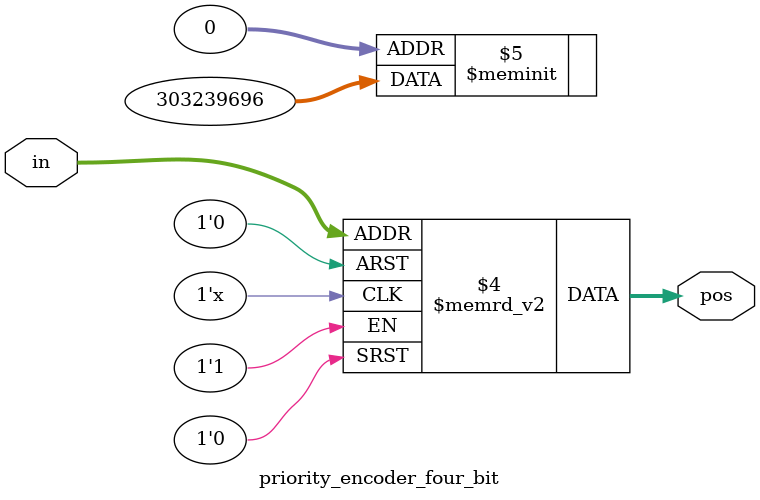
<source format=v>
module priority_encoder_four_bit (
    input [3:0] in,
    output /*logic*/ reg [1:0] pos
);
    // "...cascaded ternary structures... preferred way of representing priority encoders 
    // as they are a more readable representation..."
    // From the lowRISC style guide, subsection #case-statements

    // 4bit Priority Encoder that finds position of least significant high bit.
    /*
    assign pos = 
        (in == 4'bxxx1) ? 2'd0 :
        (in == 4'bxx10) ? 2'd1 :
        (in == 4'bx100) ? 2'd2 :
        (in == 4'b1000) ? 2'd3 : 2'd0 ;
    */
    // They used a different type so I can't use this cascading ternary.
    /*always_comb begin
        priority case (in)
            4'bxxx1: pos = 2'd0;
            4'bxx10: pos = 2'd1;
            4'bx100: pos = 2'd2;
            4'b1000: pos = 2'd3;
            4'b0000: pos = 2'd0;
        endcase
    end*/
    // You can't use wildcard comparisons in pure Verilog2001 😠
    always @(*) begin
        case (in)
            //4'bxxx1: pos = 2'd0;
            4'b0001: pos = 2'd0;
            4'b0011: pos = 2'd0;
            4'b0101: pos = 2'd0;
            4'b0111: pos = 2'd0;
            4'b1001: pos = 2'd0;
            4'b1011: pos = 2'd0;
            4'b1101: pos = 2'd0;
            4'b1111: pos = 2'd0;
            //4'bxx10: pos = 2'd1;
            4'b0010: pos = 2'd1;
            4'b0110: pos = 2'd1;
            4'b1010: pos = 2'd1;
            4'b1110: pos = 2'd1;
            //4'bx100: pos = 2'd2;
            4'b0100: pos = 2'd2;
            4'b1100: pos = 2'd2;
            4'b1000: pos = 2'd3;
            4'b0000: pos = 2'd0;
        endcase
    end
endmodule
</source>
